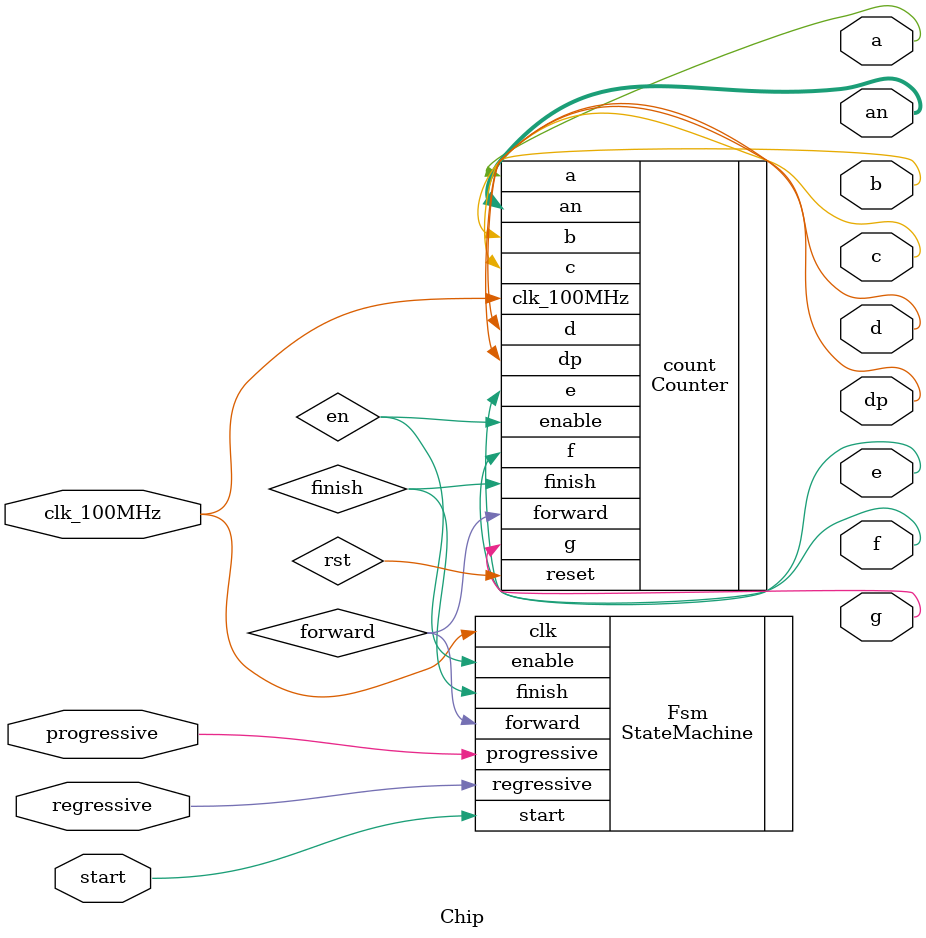
<source format=v>
`timescale 1ns / 1ps
module Chip(
	input clk_100MHz,
   input start,
   input progressive,
   input regressive,
	output a, b, c, d, e, f, g, dp, //the individual LED output for the seven segment along with the digital point
	output [3:0] an   // the 4 bit enable signal
);
	wire en;
	wire forward;
	wire rst;
	wire finish;
	StateMachine Fsm(
		.clk(clk_100MHz),
		.start(start), 
		.progressive(progressive),
		.finish(finish),
		.regressive(regressive),
		.forward(forward),
		.enable(en)
	);

	Counter count(
		.enable(en), 
		.clk_100MHz(clk_100MHz), 
		.reset(rst), 
		.forward(forward),
		.a(a), 
		.b(b), 
		.c(c), 
		.d(d), 
		.e(e), 
		.f(f), 
		.g(g), 
		.dp(dp), //the individual LED output for the seven segment along with the digital point
		.an(an),   // the 4 bit enable signal
		.finish(finish)
	);


endmodule

</source>
